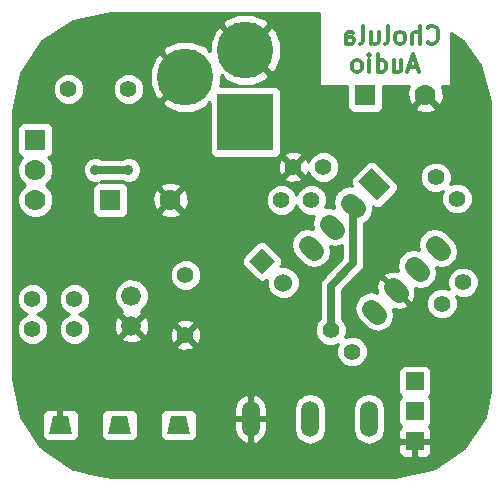
<source format=gbl>
G04 (created by PCBNEW (2013-07-07 BZR 4022)-stable) date 14/09/2014 21:51:55*
%MOIN*%
G04 Gerber Fmt 3.4, Leading zero omitted, Abs format*
%FSLAX34Y34*%
G01*
G70*
G90*
G04 APERTURE LIST*
%ADD10C,0.00590551*%
%ADD11C,0.011811*%
%ADD12O,0.0593X0.1187*%
%ADD13C,0.07*%
%ADD14R,0.07X0.07*%
%ADD15C,0.055*%
%ADD16R,0.06X0.06*%
%ADD17C,0.066*%
%ADD18C,0.189*%
%ADD19R,0.189X0.189*%
%ADD20C,0.062*%
%ADD21C,0.06*%
%ADD22C,0.035*%
%ADD23C,0.02*%
%ADD24C,0.025*%
%ADD25C,0.01*%
G04 APERTURE END LIST*
G54D10*
G54D11*
X61670Y-27432D02*
X61698Y-27460D01*
X61782Y-27489D01*
X61838Y-27489D01*
X61923Y-27460D01*
X61979Y-27404D01*
X62007Y-27348D01*
X62035Y-27235D01*
X62035Y-27151D01*
X62007Y-27039D01*
X61979Y-26982D01*
X61923Y-26926D01*
X61838Y-26898D01*
X61782Y-26898D01*
X61698Y-26926D01*
X61670Y-26954D01*
X61417Y-27489D02*
X61417Y-26898D01*
X61163Y-27489D02*
X61163Y-27179D01*
X61192Y-27123D01*
X61248Y-27095D01*
X61332Y-27095D01*
X61388Y-27123D01*
X61417Y-27151D01*
X60798Y-27489D02*
X60854Y-27460D01*
X60882Y-27432D01*
X60910Y-27376D01*
X60910Y-27207D01*
X60882Y-27151D01*
X60854Y-27123D01*
X60798Y-27095D01*
X60714Y-27095D01*
X60657Y-27123D01*
X60629Y-27151D01*
X60601Y-27207D01*
X60601Y-27376D01*
X60629Y-27432D01*
X60657Y-27460D01*
X60714Y-27489D01*
X60798Y-27489D01*
X60264Y-27489D02*
X60320Y-27460D01*
X60348Y-27404D01*
X60348Y-26898D01*
X59785Y-27095D02*
X59785Y-27489D01*
X60039Y-27095D02*
X60039Y-27404D01*
X60010Y-27460D01*
X59954Y-27489D01*
X59870Y-27489D01*
X59814Y-27460D01*
X59785Y-27432D01*
X59420Y-27489D02*
X59476Y-27460D01*
X59504Y-27404D01*
X59504Y-26898D01*
X58942Y-27489D02*
X58942Y-27179D01*
X58970Y-27123D01*
X59026Y-27095D01*
X59139Y-27095D01*
X59195Y-27123D01*
X58942Y-27460D02*
X58998Y-27489D01*
X59139Y-27489D01*
X59195Y-27460D01*
X59223Y-27404D01*
X59223Y-27348D01*
X59195Y-27292D01*
X59139Y-27264D01*
X58998Y-27264D01*
X58942Y-27235D01*
X61332Y-28265D02*
X61051Y-28265D01*
X61388Y-28433D02*
X61192Y-27843D01*
X60995Y-28433D01*
X60545Y-28040D02*
X60545Y-28433D01*
X60798Y-28040D02*
X60798Y-28349D01*
X60770Y-28405D01*
X60714Y-28433D01*
X60629Y-28433D01*
X60573Y-28405D01*
X60545Y-28377D01*
X60010Y-28433D02*
X60010Y-27843D01*
X60010Y-28405D02*
X60067Y-28433D01*
X60179Y-28433D01*
X60235Y-28405D01*
X60264Y-28377D01*
X60292Y-28321D01*
X60292Y-28152D01*
X60264Y-28096D01*
X60235Y-28068D01*
X60179Y-28040D01*
X60067Y-28040D01*
X60010Y-28068D01*
X59729Y-28433D02*
X59729Y-28040D01*
X59729Y-27843D02*
X59757Y-27871D01*
X59729Y-27899D01*
X59701Y-27871D01*
X59729Y-27843D01*
X59729Y-27899D01*
X59364Y-28433D02*
X59420Y-28405D01*
X59448Y-28377D01*
X59476Y-28321D01*
X59476Y-28152D01*
X59448Y-28096D01*
X59420Y-28068D01*
X59364Y-28040D01*
X59279Y-28040D01*
X59223Y-28068D01*
X59195Y-28096D01*
X59167Y-28152D01*
X59167Y-28321D01*
X59195Y-28377D01*
X59223Y-28405D01*
X59279Y-28433D01*
X59364Y-28433D01*
G54D12*
X59718Y-40000D03*
X57750Y-40000D03*
X55781Y-40000D03*
G54D13*
X48600Y-32700D03*
X48600Y-31700D03*
G54D14*
X48600Y-30700D03*
G54D15*
X61946Y-31946D03*
X62653Y-32653D03*
X58446Y-37046D03*
X59153Y-37753D03*
X58200Y-31600D03*
X57200Y-31600D03*
X56800Y-32700D03*
X57800Y-32700D03*
X48500Y-36000D03*
X48500Y-37000D03*
X49900Y-36000D03*
X49900Y-37000D03*
G54D16*
X61250Y-38750D03*
X61250Y-39750D03*
X61250Y-40750D03*
G54D17*
X51800Y-35900D03*
X51800Y-36900D03*
G54D18*
X55600Y-27700D03*
G54D19*
X55600Y-30100D03*
G54D18*
X53600Y-28600D03*
G54D10*
G36*
X59801Y-31641D02*
X60437Y-32277D01*
X59998Y-32716D01*
X59362Y-32079D01*
X59801Y-31641D01*
X59801Y-31641D01*
G37*
G54D20*
X59291Y-32984D02*
X59093Y-32786D01*
X58584Y-33691D02*
X58386Y-33493D01*
X57877Y-34398D02*
X57679Y-34201D01*
X59998Y-36520D02*
X59801Y-36322D01*
X60706Y-35813D02*
X60508Y-35615D01*
X61413Y-35106D02*
X61215Y-34908D01*
X62120Y-34398D02*
X61922Y-34201D01*
G54D14*
X51100Y-32700D03*
G54D13*
X53100Y-32700D03*
G54D14*
X59600Y-29200D03*
G54D13*
X61600Y-29200D03*
G54D15*
X51700Y-29000D03*
X49700Y-29000D03*
X53600Y-35200D03*
X53600Y-37200D03*
X62146Y-36153D03*
X62853Y-35446D03*
G54D10*
G36*
X51025Y-40495D02*
X51144Y-39904D01*
X51655Y-39904D01*
X51774Y-40495D01*
X51025Y-40495D01*
X51025Y-40495D01*
G37*
G36*
X52994Y-40495D02*
X53112Y-39904D01*
X53624Y-39904D01*
X53742Y-40495D01*
X52994Y-40495D01*
X52994Y-40495D01*
G37*
G36*
X49057Y-40495D02*
X49175Y-39904D01*
X49687Y-39904D01*
X49805Y-40495D01*
X49057Y-40495D01*
X49057Y-40495D01*
G37*
G36*
X55722Y-34746D02*
X56146Y-34322D01*
X56570Y-34746D01*
X56146Y-35170D01*
X55722Y-34746D01*
X55722Y-34746D01*
G37*
G54D21*
X56853Y-35453D03*
G54D22*
X51700Y-31700D03*
X50600Y-31700D03*
G54D23*
X49431Y-40200D02*
X49431Y-39681D01*
X49431Y-39681D02*
X49250Y-39500D01*
G54D24*
X50600Y-31700D02*
X51700Y-31700D01*
X58446Y-37046D02*
X58446Y-35553D01*
X59192Y-34807D02*
X59192Y-32885D01*
X58446Y-35553D02*
X59192Y-34807D01*
G54D10*
G36*
X63750Y-39073D02*
X63578Y-39937D01*
X63378Y-40236D01*
X63378Y-35342D01*
X63298Y-35149D01*
X63178Y-35028D01*
X63178Y-32549D01*
X63098Y-32356D01*
X62951Y-32208D01*
X62758Y-32128D01*
X62549Y-32128D01*
X62416Y-32183D01*
X62471Y-32051D01*
X62471Y-31842D01*
X62391Y-31649D01*
X62244Y-31501D01*
X62051Y-31421D01*
X61951Y-31421D01*
X61951Y-29622D01*
X61600Y-29270D01*
X61248Y-29622D01*
X61282Y-29722D01*
X61506Y-29804D01*
X61744Y-29794D01*
X61917Y-29722D01*
X61951Y-29622D01*
X61951Y-31421D01*
X61842Y-31421D01*
X61649Y-31501D01*
X61501Y-31648D01*
X61421Y-31841D01*
X61421Y-32050D01*
X61501Y-32243D01*
X61648Y-32391D01*
X61841Y-32471D01*
X62050Y-32471D01*
X62183Y-32416D01*
X62128Y-32548D01*
X62128Y-32757D01*
X62208Y-32950D01*
X62355Y-33098D01*
X62548Y-33178D01*
X62757Y-33178D01*
X62950Y-33098D01*
X63098Y-32951D01*
X63178Y-32758D01*
X63178Y-32549D01*
X63178Y-35028D01*
X63151Y-35001D01*
X62958Y-34921D01*
X62749Y-34921D01*
X62690Y-34945D01*
X62690Y-34408D01*
X62647Y-34194D01*
X62525Y-34012D01*
X62308Y-33795D01*
X62126Y-33673D01*
X61912Y-33631D01*
X61698Y-33673D01*
X61516Y-33795D01*
X61395Y-33977D01*
X61352Y-34191D01*
X61389Y-34374D01*
X61205Y-34338D01*
X60991Y-34381D01*
X60809Y-34502D01*
X60688Y-34684D01*
X60687Y-34687D01*
X60687Y-32228D01*
X60649Y-32136D01*
X60579Y-32065D01*
X59942Y-31429D01*
X59850Y-31391D01*
X59751Y-31391D01*
X59659Y-31429D01*
X59589Y-31499D01*
X59150Y-31937D01*
X59112Y-32029D01*
X59112Y-32129D01*
X59150Y-32221D01*
X59161Y-32232D01*
X59084Y-32217D01*
X58869Y-32259D01*
X58725Y-32356D01*
X58725Y-31496D01*
X58645Y-31303D01*
X58497Y-31155D01*
X58304Y-31075D01*
X58096Y-31074D01*
X57903Y-31154D01*
X57755Y-31302D01*
X57702Y-31428D01*
X57660Y-31327D01*
X57567Y-31302D01*
X57497Y-31373D01*
X57497Y-31232D01*
X57472Y-31139D01*
X57275Y-31070D01*
X57067Y-31081D01*
X56927Y-31139D01*
X56902Y-31232D01*
X57200Y-31529D01*
X57497Y-31232D01*
X57497Y-31373D01*
X57270Y-31600D01*
X57567Y-31897D01*
X57660Y-31872D01*
X57699Y-31762D01*
X57754Y-31897D01*
X57902Y-32044D01*
X58095Y-32124D01*
X58303Y-32125D01*
X58497Y-32045D01*
X58644Y-31897D01*
X58724Y-31704D01*
X58725Y-31496D01*
X58725Y-32356D01*
X58688Y-32381D01*
X58566Y-32562D01*
X58524Y-32777D01*
X58560Y-32960D01*
X58377Y-32924D01*
X58266Y-32946D01*
X58324Y-32804D01*
X58325Y-32596D01*
X58245Y-32403D01*
X58097Y-32255D01*
X57904Y-32175D01*
X57696Y-32174D01*
X57503Y-32254D01*
X57497Y-32260D01*
X57497Y-31967D01*
X57200Y-31670D01*
X57129Y-31741D01*
X57129Y-31600D01*
X56832Y-31302D01*
X56795Y-31312D01*
X56795Y-27935D01*
X56794Y-27460D01*
X56614Y-27024D01*
X56451Y-26918D01*
X56381Y-26989D01*
X56381Y-26848D01*
X56275Y-26685D01*
X55835Y-26504D01*
X55360Y-26505D01*
X54924Y-26685D01*
X54818Y-26848D01*
X55600Y-27629D01*
X56381Y-26848D01*
X56381Y-26989D01*
X55670Y-27700D01*
X56451Y-28481D01*
X56614Y-28375D01*
X56795Y-27935D01*
X56795Y-31312D01*
X56795Y-31312D01*
X56795Y-30995D01*
X56795Y-29105D01*
X56757Y-29013D01*
X56686Y-28943D01*
X56594Y-28905D01*
X56495Y-28904D01*
X56381Y-28904D01*
X54766Y-28904D01*
X54795Y-28835D01*
X54794Y-28575D01*
X54818Y-28551D01*
X54924Y-28714D01*
X55364Y-28895D01*
X55839Y-28894D01*
X56275Y-28714D01*
X56381Y-28551D01*
X55600Y-27770D01*
X55594Y-27776D01*
X55523Y-27705D01*
X55529Y-27700D01*
X54748Y-26918D01*
X54585Y-27024D01*
X54404Y-27464D01*
X54405Y-27724D01*
X54381Y-27748D01*
X54275Y-27585D01*
X53835Y-27404D01*
X53360Y-27405D01*
X52924Y-27585D01*
X52818Y-27748D01*
X53600Y-28529D01*
X53605Y-28523D01*
X53676Y-28594D01*
X53670Y-28600D01*
X53676Y-28605D01*
X53605Y-28676D01*
X53600Y-28670D01*
X53529Y-28741D01*
X53529Y-28600D01*
X52748Y-27818D01*
X52585Y-27924D01*
X52404Y-28364D01*
X52405Y-28839D01*
X52585Y-29275D01*
X52748Y-29381D01*
X53529Y-28600D01*
X53529Y-28741D01*
X52818Y-29451D01*
X52924Y-29614D01*
X53364Y-29795D01*
X53839Y-29794D01*
X54275Y-29614D01*
X54381Y-29451D01*
X54381Y-29451D01*
X54404Y-29475D01*
X54404Y-31094D01*
X54442Y-31186D01*
X54513Y-31256D01*
X54605Y-31294D01*
X54704Y-31295D01*
X56594Y-31295D01*
X56686Y-31257D01*
X56756Y-31186D01*
X56794Y-31094D01*
X56795Y-30995D01*
X56795Y-31312D01*
X56739Y-31327D01*
X56670Y-31524D01*
X56681Y-31732D01*
X56739Y-31872D01*
X56832Y-31897D01*
X57129Y-31600D01*
X57129Y-31741D01*
X56902Y-31967D01*
X56927Y-32060D01*
X57124Y-32129D01*
X57332Y-32118D01*
X57472Y-32060D01*
X57497Y-31967D01*
X57497Y-32260D01*
X57355Y-32402D01*
X57299Y-32535D01*
X57245Y-32403D01*
X57097Y-32255D01*
X56904Y-32175D01*
X56696Y-32174D01*
X56503Y-32254D01*
X56355Y-32402D01*
X56275Y-32595D01*
X56274Y-32803D01*
X56354Y-32997D01*
X56502Y-33144D01*
X56695Y-33224D01*
X56903Y-33225D01*
X57097Y-33145D01*
X57244Y-32997D01*
X57300Y-32864D01*
X57354Y-32997D01*
X57502Y-33144D01*
X57695Y-33224D01*
X57889Y-33225D01*
X57859Y-33269D01*
X57817Y-33484D01*
X57853Y-33667D01*
X57669Y-33631D01*
X57455Y-33673D01*
X57274Y-33795D01*
X57152Y-33977D01*
X57109Y-34191D01*
X57152Y-34405D01*
X57274Y-34587D01*
X57491Y-34804D01*
X57673Y-34926D01*
X57887Y-34968D01*
X58101Y-34926D01*
X58283Y-34804D01*
X58404Y-34622D01*
X58447Y-34408D01*
X58410Y-34225D01*
X58594Y-34261D01*
X58808Y-34218D01*
X58817Y-34212D01*
X58817Y-34651D01*
X58181Y-35288D01*
X58099Y-35410D01*
X58071Y-35553D01*
X58071Y-36678D01*
X58001Y-36748D01*
X57921Y-36941D01*
X57921Y-37150D01*
X58001Y-37343D01*
X58148Y-37491D01*
X58341Y-37571D01*
X58550Y-37571D01*
X58683Y-37516D01*
X58628Y-37648D01*
X58628Y-37857D01*
X58708Y-38050D01*
X58855Y-38198D01*
X59048Y-38278D01*
X59257Y-38278D01*
X59450Y-38198D01*
X59598Y-38051D01*
X59678Y-37858D01*
X59678Y-37649D01*
X59598Y-37456D01*
X59451Y-37308D01*
X59258Y-37228D01*
X59049Y-37228D01*
X58916Y-37283D01*
X58971Y-37151D01*
X58971Y-36942D01*
X58891Y-36749D01*
X58821Y-36678D01*
X58821Y-35708D01*
X59458Y-35072D01*
X59458Y-35072D01*
X59539Y-34950D01*
X59567Y-34807D01*
X59567Y-34807D01*
X59567Y-33477D01*
X59697Y-33390D01*
X59818Y-33208D01*
X59861Y-32994D01*
X59846Y-32916D01*
X59857Y-32927D01*
X59949Y-32966D01*
X60048Y-32966D01*
X60140Y-32928D01*
X60210Y-32857D01*
X60649Y-32419D01*
X60687Y-32327D01*
X60687Y-32228D01*
X60687Y-34687D01*
X60645Y-34898D01*
X60682Y-35081D01*
X60676Y-35078D01*
X60458Y-35055D01*
X60247Y-35116D01*
X60220Y-35134D01*
X60193Y-35229D01*
X60607Y-35643D01*
X60612Y-35637D01*
X60683Y-35708D01*
X60677Y-35714D01*
X61091Y-36127D01*
X61186Y-36100D01*
X61204Y-36073D01*
X61266Y-35863D01*
X61242Y-35645D01*
X61239Y-35639D01*
X61422Y-35675D01*
X61637Y-35633D01*
X61818Y-35511D01*
X61940Y-35330D01*
X61982Y-35115D01*
X61946Y-34932D01*
X62130Y-34968D01*
X62344Y-34926D01*
X62525Y-34804D01*
X62647Y-34622D01*
X62690Y-34408D01*
X62690Y-34945D01*
X62556Y-35001D01*
X62408Y-35148D01*
X62328Y-35341D01*
X62328Y-35550D01*
X62383Y-35683D01*
X62251Y-35628D01*
X62042Y-35628D01*
X61849Y-35708D01*
X61701Y-35855D01*
X61621Y-36048D01*
X61621Y-36257D01*
X61701Y-36450D01*
X61848Y-36598D01*
X62041Y-36678D01*
X62250Y-36678D01*
X62443Y-36598D01*
X62591Y-36451D01*
X62671Y-36258D01*
X62671Y-36049D01*
X62616Y-35916D01*
X62748Y-35971D01*
X62957Y-35971D01*
X63150Y-35891D01*
X63298Y-35744D01*
X63378Y-35551D01*
X63378Y-35342D01*
X63378Y-40236D01*
X62882Y-40977D01*
X61904Y-41632D01*
X61800Y-41662D01*
X61800Y-41000D01*
X61800Y-40499D01*
X61799Y-40400D01*
X61761Y-40308D01*
X61703Y-40250D01*
X61761Y-40191D01*
X61799Y-40099D01*
X61800Y-40000D01*
X61800Y-39400D01*
X61762Y-39308D01*
X61703Y-39249D01*
X61761Y-39191D01*
X61799Y-39099D01*
X61800Y-39000D01*
X61800Y-38400D01*
X61762Y-38308D01*
X61691Y-38238D01*
X61599Y-38200D01*
X61500Y-38199D01*
X61020Y-38199D01*
X61020Y-36198D01*
X60607Y-35784D01*
X60601Y-35790D01*
X60530Y-35719D01*
X60536Y-35714D01*
X60122Y-35300D01*
X60027Y-35327D01*
X60009Y-35354D01*
X59948Y-35565D01*
X59971Y-35783D01*
X59974Y-35789D01*
X59791Y-35752D01*
X59577Y-35795D01*
X59395Y-35916D01*
X59273Y-36098D01*
X59231Y-36312D01*
X59273Y-36526D01*
X59395Y-36708D01*
X59612Y-36925D01*
X59794Y-37047D01*
X60008Y-37090D01*
X60222Y-37047D01*
X60404Y-36925D01*
X60526Y-36744D01*
X60568Y-36530D01*
X60532Y-36346D01*
X60537Y-36349D01*
X60756Y-36373D01*
X60966Y-36311D01*
X60993Y-36293D01*
X61020Y-36198D01*
X61020Y-38199D01*
X60900Y-38199D01*
X60808Y-38237D01*
X60738Y-38308D01*
X60700Y-38400D01*
X60699Y-38499D01*
X60699Y-39099D01*
X60737Y-39191D01*
X60796Y-39250D01*
X60738Y-39308D01*
X60700Y-39400D01*
X60699Y-39499D01*
X60699Y-40099D01*
X60737Y-40191D01*
X60796Y-40250D01*
X60738Y-40308D01*
X60700Y-40400D01*
X60699Y-40499D01*
X60700Y-40637D01*
X60762Y-40700D01*
X61200Y-40700D01*
X61200Y-40692D01*
X61300Y-40692D01*
X61300Y-40700D01*
X61737Y-40700D01*
X61800Y-40637D01*
X61800Y-40499D01*
X61800Y-41000D01*
X61800Y-40862D01*
X61737Y-40800D01*
X61300Y-40800D01*
X61300Y-41237D01*
X61362Y-41300D01*
X61599Y-41300D01*
X61691Y-41262D01*
X61761Y-41191D01*
X61799Y-41099D01*
X61800Y-41000D01*
X61800Y-41662D01*
X61512Y-41744D01*
X61200Y-41806D01*
X61200Y-41237D01*
X61200Y-40800D01*
X60762Y-40800D01*
X60700Y-40862D01*
X60699Y-41000D01*
X60700Y-41099D01*
X60738Y-41191D01*
X60808Y-41262D01*
X60900Y-41300D01*
X61137Y-41300D01*
X61200Y-41237D01*
X61200Y-41806D01*
X60573Y-41930D01*
X60265Y-41930D01*
X60265Y-40313D01*
X60265Y-39686D01*
X60223Y-39477D01*
X60104Y-39300D01*
X59927Y-39181D01*
X59718Y-39139D01*
X59509Y-39181D01*
X59332Y-39300D01*
X59213Y-39477D01*
X59172Y-39686D01*
X59172Y-40313D01*
X59213Y-40522D01*
X59332Y-40699D01*
X59509Y-40818D01*
X59718Y-40860D01*
X59927Y-40818D01*
X60104Y-40699D01*
X60223Y-40522D01*
X60265Y-40313D01*
X60265Y-41930D01*
X58296Y-41930D01*
X58296Y-40313D01*
X58296Y-39686D01*
X58254Y-39477D01*
X58136Y-39300D01*
X57959Y-39181D01*
X57750Y-39139D01*
X57540Y-39181D01*
X57403Y-39273D01*
X57403Y-35344D01*
X57320Y-35142D01*
X57165Y-34987D01*
X56963Y-34903D01*
X56767Y-34903D01*
X56782Y-34888D01*
X56820Y-34796D01*
X56820Y-34696D01*
X56782Y-34605D01*
X56712Y-34534D01*
X56288Y-34110D01*
X56196Y-34072D01*
X56096Y-34072D01*
X56005Y-34110D01*
X55934Y-34180D01*
X55510Y-34604D01*
X55472Y-34696D01*
X55472Y-34795D01*
X55510Y-34887D01*
X55580Y-34958D01*
X56004Y-35382D01*
X56096Y-35420D01*
X56195Y-35420D01*
X56287Y-35382D01*
X56303Y-35367D01*
X56303Y-35562D01*
X56387Y-35764D01*
X56541Y-35919D01*
X56743Y-36003D01*
X56962Y-36003D01*
X57164Y-35920D01*
X57319Y-35765D01*
X57403Y-35563D01*
X57403Y-35344D01*
X57403Y-39273D01*
X57363Y-39300D01*
X57245Y-39477D01*
X57203Y-39686D01*
X57203Y-40313D01*
X57245Y-40522D01*
X57363Y-40699D01*
X57540Y-40818D01*
X57750Y-40860D01*
X57959Y-40818D01*
X58136Y-40699D01*
X58254Y-40522D01*
X58296Y-40313D01*
X58296Y-41930D01*
X56327Y-41930D01*
X56327Y-40347D01*
X56327Y-40050D01*
X56327Y-39950D01*
X56327Y-39653D01*
X56267Y-39447D01*
X56132Y-39281D01*
X55944Y-39178D01*
X55916Y-39173D01*
X55831Y-39221D01*
X55831Y-39950D01*
X56327Y-39950D01*
X56327Y-40050D01*
X55831Y-40050D01*
X55831Y-40778D01*
X55916Y-40826D01*
X55944Y-40821D01*
X56132Y-40718D01*
X56267Y-40552D01*
X56327Y-40347D01*
X56327Y-41930D01*
X55731Y-41930D01*
X55731Y-40778D01*
X55731Y-40050D01*
X55731Y-39950D01*
X55731Y-39221D01*
X55646Y-39173D01*
X55618Y-39178D01*
X55430Y-39281D01*
X55295Y-39447D01*
X55234Y-39653D01*
X55234Y-39950D01*
X55731Y-39950D01*
X55731Y-40050D01*
X55234Y-40050D01*
X55234Y-40347D01*
X55295Y-40552D01*
X55430Y-40718D01*
X55618Y-40821D01*
X55646Y-40826D01*
X55731Y-40778D01*
X55731Y-41930D01*
X54381Y-41930D01*
X54129Y-41930D01*
X54129Y-37275D01*
X54125Y-37187D01*
X54125Y-35096D01*
X54045Y-34903D01*
X53897Y-34755D01*
X53704Y-34675D01*
X53704Y-34675D01*
X53704Y-32793D01*
X53694Y-32555D01*
X53622Y-32382D01*
X53522Y-32348D01*
X53451Y-32419D01*
X53451Y-32277D01*
X53417Y-32177D01*
X53193Y-32095D01*
X52955Y-32105D01*
X52782Y-32177D01*
X52748Y-32277D01*
X53100Y-32629D01*
X53451Y-32277D01*
X53451Y-32419D01*
X53170Y-32700D01*
X53522Y-33051D01*
X53622Y-33017D01*
X53704Y-32793D01*
X53704Y-34675D01*
X53496Y-34674D01*
X53451Y-34693D01*
X53451Y-33122D01*
X53100Y-32770D01*
X53029Y-32841D01*
X53029Y-32700D01*
X52677Y-32348D01*
X52577Y-32382D01*
X52495Y-32606D01*
X52505Y-32844D01*
X52577Y-33017D01*
X52677Y-33051D01*
X53029Y-32700D01*
X53029Y-32841D01*
X52748Y-33122D01*
X52782Y-33222D01*
X53006Y-33304D01*
X53244Y-33294D01*
X53417Y-33222D01*
X53451Y-33122D01*
X53451Y-34693D01*
X53303Y-34754D01*
X53155Y-34902D01*
X53075Y-35095D01*
X53074Y-35303D01*
X53154Y-35497D01*
X53302Y-35644D01*
X53495Y-35724D01*
X53703Y-35725D01*
X53897Y-35645D01*
X54044Y-35497D01*
X54124Y-35304D01*
X54125Y-35096D01*
X54125Y-37187D01*
X54118Y-37067D01*
X54060Y-36927D01*
X53967Y-36902D01*
X53897Y-36973D01*
X53897Y-36832D01*
X53872Y-36739D01*
X53675Y-36670D01*
X53467Y-36681D01*
X53327Y-36739D01*
X53302Y-36832D01*
X53600Y-37129D01*
X53897Y-36832D01*
X53897Y-36973D01*
X53670Y-37200D01*
X53967Y-37497D01*
X54060Y-37472D01*
X54129Y-37275D01*
X54129Y-41930D01*
X53992Y-41930D01*
X53992Y-40445D01*
X53992Y-39855D01*
X53954Y-39763D01*
X53897Y-39705D01*
X53897Y-37567D01*
X53600Y-37270D01*
X53529Y-37341D01*
X53529Y-37200D01*
X53232Y-36902D01*
X53139Y-36927D01*
X53070Y-37124D01*
X53081Y-37332D01*
X53139Y-37472D01*
X53232Y-37497D01*
X53529Y-37200D01*
X53529Y-37341D01*
X53302Y-37567D01*
X53327Y-37660D01*
X53524Y-37729D01*
X53732Y-37718D01*
X53872Y-37660D01*
X53897Y-37567D01*
X53897Y-39705D01*
X53884Y-39692D01*
X53792Y-39654D01*
X53693Y-39654D01*
X52944Y-39654D01*
X52853Y-39692D01*
X52782Y-39762D01*
X52744Y-39854D01*
X52744Y-39954D01*
X52744Y-40544D01*
X52782Y-40636D01*
X52852Y-40707D01*
X52944Y-40745D01*
X53043Y-40745D01*
X53792Y-40745D01*
X53883Y-40707D01*
X53954Y-40637D01*
X53992Y-40545D01*
X53992Y-40445D01*
X53992Y-41930D01*
X52384Y-41930D01*
X52384Y-36988D01*
X52380Y-36889D01*
X52380Y-35785D01*
X52291Y-35571D01*
X52225Y-35504D01*
X52225Y-28896D01*
X52145Y-28703D01*
X51997Y-28555D01*
X51804Y-28475D01*
X51596Y-28474D01*
X51403Y-28554D01*
X51255Y-28702D01*
X51175Y-28895D01*
X51174Y-29103D01*
X51254Y-29297D01*
X51402Y-29444D01*
X51595Y-29524D01*
X51803Y-29525D01*
X51997Y-29445D01*
X52144Y-29297D01*
X52224Y-29104D01*
X52225Y-28896D01*
X52225Y-35504D01*
X52128Y-35408D01*
X52125Y-35406D01*
X52125Y-31615D01*
X52060Y-31459D01*
X51941Y-31339D01*
X51784Y-31275D01*
X51615Y-31274D01*
X51494Y-31325D01*
X50805Y-31325D01*
X50684Y-31275D01*
X50515Y-31274D01*
X50359Y-31339D01*
X50239Y-31458D01*
X50225Y-31494D01*
X50225Y-28896D01*
X50145Y-28703D01*
X49997Y-28555D01*
X49804Y-28475D01*
X49596Y-28474D01*
X49403Y-28554D01*
X49255Y-28702D01*
X49175Y-28895D01*
X49174Y-29103D01*
X49254Y-29297D01*
X49402Y-29444D01*
X49595Y-29524D01*
X49803Y-29525D01*
X49997Y-29445D01*
X50144Y-29297D01*
X50224Y-29104D01*
X50225Y-28896D01*
X50225Y-31494D01*
X50175Y-31615D01*
X50174Y-31784D01*
X50239Y-31940D01*
X50358Y-32060D01*
X50515Y-32124D01*
X50639Y-32125D01*
X50608Y-32137D01*
X50538Y-32208D01*
X50500Y-32300D01*
X50499Y-32399D01*
X50499Y-33099D01*
X50537Y-33191D01*
X50608Y-33261D01*
X50700Y-33299D01*
X50799Y-33300D01*
X51499Y-33300D01*
X51591Y-33262D01*
X51661Y-33191D01*
X51699Y-33099D01*
X51700Y-33000D01*
X51700Y-32300D01*
X51662Y-32208D01*
X51591Y-32138D01*
X51499Y-32100D01*
X51400Y-32099D01*
X50744Y-32099D01*
X50805Y-32075D01*
X51494Y-32075D01*
X51615Y-32124D01*
X51784Y-32125D01*
X51940Y-32060D01*
X52060Y-31941D01*
X52124Y-31784D01*
X52125Y-31615D01*
X52125Y-35406D01*
X51915Y-35320D01*
X51685Y-35319D01*
X51471Y-35408D01*
X51308Y-35571D01*
X51220Y-35784D01*
X51219Y-36014D01*
X51308Y-36228D01*
X51471Y-36391D01*
X51492Y-36400D01*
X51463Y-36492D01*
X51800Y-36829D01*
X52136Y-36492D01*
X52107Y-36400D01*
X52128Y-36391D01*
X52291Y-36228D01*
X52379Y-36015D01*
X52380Y-35785D01*
X52380Y-36889D01*
X52374Y-36758D01*
X52306Y-36594D01*
X52207Y-36563D01*
X51870Y-36900D01*
X52207Y-37236D01*
X52306Y-37205D01*
X52384Y-36988D01*
X52384Y-41930D01*
X52136Y-41930D01*
X52136Y-37307D01*
X51800Y-36970D01*
X51729Y-37041D01*
X51729Y-36900D01*
X51392Y-36563D01*
X51293Y-36594D01*
X51215Y-36811D01*
X51225Y-37041D01*
X51293Y-37205D01*
X51392Y-37236D01*
X51729Y-36900D01*
X51729Y-37041D01*
X51463Y-37307D01*
X51494Y-37406D01*
X51711Y-37484D01*
X51941Y-37474D01*
X52105Y-37406D01*
X52136Y-37307D01*
X52136Y-41930D01*
X52024Y-41930D01*
X52024Y-40445D01*
X52024Y-39855D01*
X51986Y-39763D01*
X51915Y-39692D01*
X51823Y-39654D01*
X51724Y-39654D01*
X50976Y-39654D01*
X50884Y-39692D01*
X50814Y-39762D01*
X50776Y-39854D01*
X50775Y-39954D01*
X50775Y-40544D01*
X50813Y-40636D01*
X50884Y-40707D01*
X50976Y-40745D01*
X51075Y-40745D01*
X51823Y-40745D01*
X51915Y-40707D01*
X51985Y-40637D01*
X52023Y-40545D01*
X52024Y-40445D01*
X52024Y-41930D01*
X51132Y-41930D01*
X50425Y-41790D01*
X50425Y-36896D01*
X50345Y-36703D01*
X50197Y-36555D01*
X50064Y-36499D01*
X50197Y-36445D01*
X50344Y-36297D01*
X50424Y-36104D01*
X50425Y-35896D01*
X50345Y-35703D01*
X50197Y-35555D01*
X50004Y-35475D01*
X49796Y-35474D01*
X49603Y-35554D01*
X49455Y-35702D01*
X49375Y-35895D01*
X49374Y-36103D01*
X49454Y-36297D01*
X49602Y-36444D01*
X49735Y-36500D01*
X49603Y-36554D01*
X49455Y-36702D01*
X49375Y-36895D01*
X49374Y-37103D01*
X49454Y-37297D01*
X49602Y-37444D01*
X49795Y-37524D01*
X50003Y-37525D01*
X50197Y-37445D01*
X50344Y-37297D01*
X50424Y-37104D01*
X50425Y-36896D01*
X50425Y-41790D01*
X50055Y-41717D01*
X50055Y-40445D01*
X50055Y-39855D01*
X50017Y-39763D01*
X49947Y-39692D01*
X49855Y-39654D01*
X49756Y-39654D01*
X49200Y-39654D01*
X49200Y-32581D01*
X49108Y-32360D01*
X48948Y-32199D01*
X49108Y-32040D01*
X49199Y-31819D01*
X49200Y-31581D01*
X49108Y-31360D01*
X49034Y-31285D01*
X49091Y-31262D01*
X49161Y-31191D01*
X49199Y-31099D01*
X49200Y-31000D01*
X49200Y-30300D01*
X49162Y-30208D01*
X49091Y-30138D01*
X48999Y-30100D01*
X48900Y-30099D01*
X48200Y-30099D01*
X48108Y-30137D01*
X48038Y-30208D01*
X48000Y-30300D01*
X47999Y-30399D01*
X47999Y-31099D01*
X48037Y-31191D01*
X48108Y-31261D01*
X48165Y-31285D01*
X48091Y-31359D01*
X48000Y-31580D01*
X47999Y-31818D01*
X48091Y-32039D01*
X48251Y-32200D01*
X48091Y-32359D01*
X48000Y-32580D01*
X47999Y-32818D01*
X48091Y-33039D01*
X48259Y-33208D01*
X48480Y-33299D01*
X48718Y-33300D01*
X48939Y-33208D01*
X49108Y-33040D01*
X49199Y-32819D01*
X49200Y-32581D01*
X49200Y-39654D01*
X49025Y-39654D01*
X49025Y-36896D01*
X48945Y-36703D01*
X48797Y-36555D01*
X48664Y-36499D01*
X48797Y-36445D01*
X48944Y-36297D01*
X49024Y-36104D01*
X49025Y-35896D01*
X48945Y-35703D01*
X48797Y-35555D01*
X48604Y-35475D01*
X48396Y-35474D01*
X48203Y-35554D01*
X48055Y-35702D01*
X47975Y-35895D01*
X47974Y-36103D01*
X48054Y-36297D01*
X48202Y-36444D01*
X48335Y-36500D01*
X48203Y-36554D01*
X48055Y-36702D01*
X47975Y-36895D01*
X47974Y-37103D01*
X48054Y-37297D01*
X48202Y-37444D01*
X48395Y-37524D01*
X48603Y-37525D01*
X48797Y-37445D01*
X48944Y-37297D01*
X49024Y-37104D01*
X49025Y-36896D01*
X49025Y-39654D01*
X49007Y-39654D01*
X48916Y-39692D01*
X48845Y-39762D01*
X48807Y-39854D01*
X48807Y-39954D01*
X48807Y-40544D01*
X48845Y-40636D01*
X48915Y-40707D01*
X49007Y-40745D01*
X49106Y-40745D01*
X49855Y-40745D01*
X49946Y-40707D01*
X50017Y-40637D01*
X50055Y-40545D01*
X50055Y-40445D01*
X50055Y-41717D01*
X49874Y-41681D01*
X49842Y-41665D01*
X48915Y-41044D01*
X48759Y-40889D01*
X48130Y-39948D01*
X48116Y-39921D01*
X47869Y-38673D01*
X47869Y-29726D01*
X48118Y-28468D01*
X48822Y-27417D01*
X49862Y-26721D01*
X51132Y-26469D01*
X58042Y-26469D01*
X58042Y-28917D01*
X58999Y-28917D01*
X58999Y-29599D01*
X59037Y-29691D01*
X59108Y-29761D01*
X59200Y-29799D01*
X59299Y-29800D01*
X59999Y-29800D01*
X60091Y-29762D01*
X60161Y-29691D01*
X60199Y-29599D01*
X60200Y-29500D01*
X60200Y-28917D01*
X61064Y-28917D01*
X60995Y-29106D01*
X61005Y-29344D01*
X61077Y-29517D01*
X61177Y-29551D01*
X61529Y-29200D01*
X61523Y-29194D01*
X61594Y-29123D01*
X61600Y-29129D01*
X61605Y-29123D01*
X61676Y-29194D01*
X61670Y-29200D01*
X62022Y-29551D01*
X62122Y-29517D01*
X62204Y-29293D01*
X62194Y-29055D01*
X62137Y-28917D01*
X62457Y-28917D01*
X62457Y-27137D01*
X62863Y-27409D01*
X62926Y-27487D01*
X63406Y-28205D01*
X63750Y-29407D01*
X63750Y-38600D01*
X63750Y-39073D01*
X63750Y-39073D01*
G37*
G54D25*
X63750Y-39073D02*
X63578Y-39937D01*
X63378Y-40236D01*
X63378Y-35342D01*
X63298Y-35149D01*
X63178Y-35028D01*
X63178Y-32549D01*
X63098Y-32356D01*
X62951Y-32208D01*
X62758Y-32128D01*
X62549Y-32128D01*
X62416Y-32183D01*
X62471Y-32051D01*
X62471Y-31842D01*
X62391Y-31649D01*
X62244Y-31501D01*
X62051Y-31421D01*
X61951Y-31421D01*
X61951Y-29622D01*
X61600Y-29270D01*
X61248Y-29622D01*
X61282Y-29722D01*
X61506Y-29804D01*
X61744Y-29794D01*
X61917Y-29722D01*
X61951Y-29622D01*
X61951Y-31421D01*
X61842Y-31421D01*
X61649Y-31501D01*
X61501Y-31648D01*
X61421Y-31841D01*
X61421Y-32050D01*
X61501Y-32243D01*
X61648Y-32391D01*
X61841Y-32471D01*
X62050Y-32471D01*
X62183Y-32416D01*
X62128Y-32548D01*
X62128Y-32757D01*
X62208Y-32950D01*
X62355Y-33098D01*
X62548Y-33178D01*
X62757Y-33178D01*
X62950Y-33098D01*
X63098Y-32951D01*
X63178Y-32758D01*
X63178Y-32549D01*
X63178Y-35028D01*
X63151Y-35001D01*
X62958Y-34921D01*
X62749Y-34921D01*
X62690Y-34945D01*
X62690Y-34408D01*
X62647Y-34194D01*
X62525Y-34012D01*
X62308Y-33795D01*
X62126Y-33673D01*
X61912Y-33631D01*
X61698Y-33673D01*
X61516Y-33795D01*
X61395Y-33977D01*
X61352Y-34191D01*
X61389Y-34374D01*
X61205Y-34338D01*
X60991Y-34381D01*
X60809Y-34502D01*
X60688Y-34684D01*
X60687Y-34687D01*
X60687Y-32228D01*
X60649Y-32136D01*
X60579Y-32065D01*
X59942Y-31429D01*
X59850Y-31391D01*
X59751Y-31391D01*
X59659Y-31429D01*
X59589Y-31499D01*
X59150Y-31937D01*
X59112Y-32029D01*
X59112Y-32129D01*
X59150Y-32221D01*
X59161Y-32232D01*
X59084Y-32217D01*
X58869Y-32259D01*
X58725Y-32356D01*
X58725Y-31496D01*
X58645Y-31303D01*
X58497Y-31155D01*
X58304Y-31075D01*
X58096Y-31074D01*
X57903Y-31154D01*
X57755Y-31302D01*
X57702Y-31428D01*
X57660Y-31327D01*
X57567Y-31302D01*
X57497Y-31373D01*
X57497Y-31232D01*
X57472Y-31139D01*
X57275Y-31070D01*
X57067Y-31081D01*
X56927Y-31139D01*
X56902Y-31232D01*
X57200Y-31529D01*
X57497Y-31232D01*
X57497Y-31373D01*
X57270Y-31600D01*
X57567Y-31897D01*
X57660Y-31872D01*
X57699Y-31762D01*
X57754Y-31897D01*
X57902Y-32044D01*
X58095Y-32124D01*
X58303Y-32125D01*
X58497Y-32045D01*
X58644Y-31897D01*
X58724Y-31704D01*
X58725Y-31496D01*
X58725Y-32356D01*
X58688Y-32381D01*
X58566Y-32562D01*
X58524Y-32777D01*
X58560Y-32960D01*
X58377Y-32924D01*
X58266Y-32946D01*
X58324Y-32804D01*
X58325Y-32596D01*
X58245Y-32403D01*
X58097Y-32255D01*
X57904Y-32175D01*
X57696Y-32174D01*
X57503Y-32254D01*
X57497Y-32260D01*
X57497Y-31967D01*
X57200Y-31670D01*
X57129Y-31741D01*
X57129Y-31600D01*
X56832Y-31302D01*
X56795Y-31312D01*
X56795Y-27935D01*
X56794Y-27460D01*
X56614Y-27024D01*
X56451Y-26918D01*
X56381Y-26989D01*
X56381Y-26848D01*
X56275Y-26685D01*
X55835Y-26504D01*
X55360Y-26505D01*
X54924Y-26685D01*
X54818Y-26848D01*
X55600Y-27629D01*
X56381Y-26848D01*
X56381Y-26989D01*
X55670Y-27700D01*
X56451Y-28481D01*
X56614Y-28375D01*
X56795Y-27935D01*
X56795Y-31312D01*
X56795Y-31312D01*
X56795Y-30995D01*
X56795Y-29105D01*
X56757Y-29013D01*
X56686Y-28943D01*
X56594Y-28905D01*
X56495Y-28904D01*
X56381Y-28904D01*
X54766Y-28904D01*
X54795Y-28835D01*
X54794Y-28575D01*
X54818Y-28551D01*
X54924Y-28714D01*
X55364Y-28895D01*
X55839Y-28894D01*
X56275Y-28714D01*
X56381Y-28551D01*
X55600Y-27770D01*
X55594Y-27776D01*
X55523Y-27705D01*
X55529Y-27700D01*
X54748Y-26918D01*
X54585Y-27024D01*
X54404Y-27464D01*
X54405Y-27724D01*
X54381Y-27748D01*
X54275Y-27585D01*
X53835Y-27404D01*
X53360Y-27405D01*
X52924Y-27585D01*
X52818Y-27748D01*
X53600Y-28529D01*
X53605Y-28523D01*
X53676Y-28594D01*
X53670Y-28600D01*
X53676Y-28605D01*
X53605Y-28676D01*
X53600Y-28670D01*
X53529Y-28741D01*
X53529Y-28600D01*
X52748Y-27818D01*
X52585Y-27924D01*
X52404Y-28364D01*
X52405Y-28839D01*
X52585Y-29275D01*
X52748Y-29381D01*
X53529Y-28600D01*
X53529Y-28741D01*
X52818Y-29451D01*
X52924Y-29614D01*
X53364Y-29795D01*
X53839Y-29794D01*
X54275Y-29614D01*
X54381Y-29451D01*
X54381Y-29451D01*
X54404Y-29475D01*
X54404Y-31094D01*
X54442Y-31186D01*
X54513Y-31256D01*
X54605Y-31294D01*
X54704Y-31295D01*
X56594Y-31295D01*
X56686Y-31257D01*
X56756Y-31186D01*
X56794Y-31094D01*
X56795Y-30995D01*
X56795Y-31312D01*
X56739Y-31327D01*
X56670Y-31524D01*
X56681Y-31732D01*
X56739Y-31872D01*
X56832Y-31897D01*
X57129Y-31600D01*
X57129Y-31741D01*
X56902Y-31967D01*
X56927Y-32060D01*
X57124Y-32129D01*
X57332Y-32118D01*
X57472Y-32060D01*
X57497Y-31967D01*
X57497Y-32260D01*
X57355Y-32402D01*
X57299Y-32535D01*
X57245Y-32403D01*
X57097Y-32255D01*
X56904Y-32175D01*
X56696Y-32174D01*
X56503Y-32254D01*
X56355Y-32402D01*
X56275Y-32595D01*
X56274Y-32803D01*
X56354Y-32997D01*
X56502Y-33144D01*
X56695Y-33224D01*
X56903Y-33225D01*
X57097Y-33145D01*
X57244Y-32997D01*
X57300Y-32864D01*
X57354Y-32997D01*
X57502Y-33144D01*
X57695Y-33224D01*
X57889Y-33225D01*
X57859Y-33269D01*
X57817Y-33484D01*
X57853Y-33667D01*
X57669Y-33631D01*
X57455Y-33673D01*
X57274Y-33795D01*
X57152Y-33977D01*
X57109Y-34191D01*
X57152Y-34405D01*
X57274Y-34587D01*
X57491Y-34804D01*
X57673Y-34926D01*
X57887Y-34968D01*
X58101Y-34926D01*
X58283Y-34804D01*
X58404Y-34622D01*
X58447Y-34408D01*
X58410Y-34225D01*
X58594Y-34261D01*
X58808Y-34218D01*
X58817Y-34212D01*
X58817Y-34651D01*
X58181Y-35288D01*
X58099Y-35410D01*
X58071Y-35553D01*
X58071Y-36678D01*
X58001Y-36748D01*
X57921Y-36941D01*
X57921Y-37150D01*
X58001Y-37343D01*
X58148Y-37491D01*
X58341Y-37571D01*
X58550Y-37571D01*
X58683Y-37516D01*
X58628Y-37648D01*
X58628Y-37857D01*
X58708Y-38050D01*
X58855Y-38198D01*
X59048Y-38278D01*
X59257Y-38278D01*
X59450Y-38198D01*
X59598Y-38051D01*
X59678Y-37858D01*
X59678Y-37649D01*
X59598Y-37456D01*
X59451Y-37308D01*
X59258Y-37228D01*
X59049Y-37228D01*
X58916Y-37283D01*
X58971Y-37151D01*
X58971Y-36942D01*
X58891Y-36749D01*
X58821Y-36678D01*
X58821Y-35708D01*
X59458Y-35072D01*
X59458Y-35072D01*
X59539Y-34950D01*
X59567Y-34807D01*
X59567Y-34807D01*
X59567Y-33477D01*
X59697Y-33390D01*
X59818Y-33208D01*
X59861Y-32994D01*
X59846Y-32916D01*
X59857Y-32927D01*
X59949Y-32966D01*
X60048Y-32966D01*
X60140Y-32928D01*
X60210Y-32857D01*
X60649Y-32419D01*
X60687Y-32327D01*
X60687Y-32228D01*
X60687Y-34687D01*
X60645Y-34898D01*
X60682Y-35081D01*
X60676Y-35078D01*
X60458Y-35055D01*
X60247Y-35116D01*
X60220Y-35134D01*
X60193Y-35229D01*
X60607Y-35643D01*
X60612Y-35637D01*
X60683Y-35708D01*
X60677Y-35714D01*
X61091Y-36127D01*
X61186Y-36100D01*
X61204Y-36073D01*
X61266Y-35863D01*
X61242Y-35645D01*
X61239Y-35639D01*
X61422Y-35675D01*
X61637Y-35633D01*
X61818Y-35511D01*
X61940Y-35330D01*
X61982Y-35115D01*
X61946Y-34932D01*
X62130Y-34968D01*
X62344Y-34926D01*
X62525Y-34804D01*
X62647Y-34622D01*
X62690Y-34408D01*
X62690Y-34945D01*
X62556Y-35001D01*
X62408Y-35148D01*
X62328Y-35341D01*
X62328Y-35550D01*
X62383Y-35683D01*
X62251Y-35628D01*
X62042Y-35628D01*
X61849Y-35708D01*
X61701Y-35855D01*
X61621Y-36048D01*
X61621Y-36257D01*
X61701Y-36450D01*
X61848Y-36598D01*
X62041Y-36678D01*
X62250Y-36678D01*
X62443Y-36598D01*
X62591Y-36451D01*
X62671Y-36258D01*
X62671Y-36049D01*
X62616Y-35916D01*
X62748Y-35971D01*
X62957Y-35971D01*
X63150Y-35891D01*
X63298Y-35744D01*
X63378Y-35551D01*
X63378Y-35342D01*
X63378Y-40236D01*
X62882Y-40977D01*
X61904Y-41632D01*
X61800Y-41662D01*
X61800Y-41000D01*
X61800Y-40499D01*
X61799Y-40400D01*
X61761Y-40308D01*
X61703Y-40250D01*
X61761Y-40191D01*
X61799Y-40099D01*
X61800Y-40000D01*
X61800Y-39400D01*
X61762Y-39308D01*
X61703Y-39249D01*
X61761Y-39191D01*
X61799Y-39099D01*
X61800Y-39000D01*
X61800Y-38400D01*
X61762Y-38308D01*
X61691Y-38238D01*
X61599Y-38200D01*
X61500Y-38199D01*
X61020Y-38199D01*
X61020Y-36198D01*
X60607Y-35784D01*
X60601Y-35790D01*
X60530Y-35719D01*
X60536Y-35714D01*
X60122Y-35300D01*
X60027Y-35327D01*
X60009Y-35354D01*
X59948Y-35565D01*
X59971Y-35783D01*
X59974Y-35789D01*
X59791Y-35752D01*
X59577Y-35795D01*
X59395Y-35916D01*
X59273Y-36098D01*
X59231Y-36312D01*
X59273Y-36526D01*
X59395Y-36708D01*
X59612Y-36925D01*
X59794Y-37047D01*
X60008Y-37090D01*
X60222Y-37047D01*
X60404Y-36925D01*
X60526Y-36744D01*
X60568Y-36530D01*
X60532Y-36346D01*
X60537Y-36349D01*
X60756Y-36373D01*
X60966Y-36311D01*
X60993Y-36293D01*
X61020Y-36198D01*
X61020Y-38199D01*
X60900Y-38199D01*
X60808Y-38237D01*
X60738Y-38308D01*
X60700Y-38400D01*
X60699Y-38499D01*
X60699Y-39099D01*
X60737Y-39191D01*
X60796Y-39250D01*
X60738Y-39308D01*
X60700Y-39400D01*
X60699Y-39499D01*
X60699Y-40099D01*
X60737Y-40191D01*
X60796Y-40250D01*
X60738Y-40308D01*
X60700Y-40400D01*
X60699Y-40499D01*
X60700Y-40637D01*
X60762Y-40700D01*
X61200Y-40700D01*
X61200Y-40692D01*
X61300Y-40692D01*
X61300Y-40700D01*
X61737Y-40700D01*
X61800Y-40637D01*
X61800Y-40499D01*
X61800Y-41000D01*
X61800Y-40862D01*
X61737Y-40800D01*
X61300Y-40800D01*
X61300Y-41237D01*
X61362Y-41300D01*
X61599Y-41300D01*
X61691Y-41262D01*
X61761Y-41191D01*
X61799Y-41099D01*
X61800Y-41000D01*
X61800Y-41662D01*
X61512Y-41744D01*
X61200Y-41806D01*
X61200Y-41237D01*
X61200Y-40800D01*
X60762Y-40800D01*
X60700Y-40862D01*
X60699Y-41000D01*
X60700Y-41099D01*
X60738Y-41191D01*
X60808Y-41262D01*
X60900Y-41300D01*
X61137Y-41300D01*
X61200Y-41237D01*
X61200Y-41806D01*
X60573Y-41930D01*
X60265Y-41930D01*
X60265Y-40313D01*
X60265Y-39686D01*
X60223Y-39477D01*
X60104Y-39300D01*
X59927Y-39181D01*
X59718Y-39139D01*
X59509Y-39181D01*
X59332Y-39300D01*
X59213Y-39477D01*
X59172Y-39686D01*
X59172Y-40313D01*
X59213Y-40522D01*
X59332Y-40699D01*
X59509Y-40818D01*
X59718Y-40860D01*
X59927Y-40818D01*
X60104Y-40699D01*
X60223Y-40522D01*
X60265Y-40313D01*
X60265Y-41930D01*
X58296Y-41930D01*
X58296Y-40313D01*
X58296Y-39686D01*
X58254Y-39477D01*
X58136Y-39300D01*
X57959Y-39181D01*
X57750Y-39139D01*
X57540Y-39181D01*
X57403Y-39273D01*
X57403Y-35344D01*
X57320Y-35142D01*
X57165Y-34987D01*
X56963Y-34903D01*
X56767Y-34903D01*
X56782Y-34888D01*
X56820Y-34796D01*
X56820Y-34696D01*
X56782Y-34605D01*
X56712Y-34534D01*
X56288Y-34110D01*
X56196Y-34072D01*
X56096Y-34072D01*
X56005Y-34110D01*
X55934Y-34180D01*
X55510Y-34604D01*
X55472Y-34696D01*
X55472Y-34795D01*
X55510Y-34887D01*
X55580Y-34958D01*
X56004Y-35382D01*
X56096Y-35420D01*
X56195Y-35420D01*
X56287Y-35382D01*
X56303Y-35367D01*
X56303Y-35562D01*
X56387Y-35764D01*
X56541Y-35919D01*
X56743Y-36003D01*
X56962Y-36003D01*
X57164Y-35920D01*
X57319Y-35765D01*
X57403Y-35563D01*
X57403Y-35344D01*
X57403Y-39273D01*
X57363Y-39300D01*
X57245Y-39477D01*
X57203Y-39686D01*
X57203Y-40313D01*
X57245Y-40522D01*
X57363Y-40699D01*
X57540Y-40818D01*
X57750Y-40860D01*
X57959Y-40818D01*
X58136Y-40699D01*
X58254Y-40522D01*
X58296Y-40313D01*
X58296Y-41930D01*
X56327Y-41930D01*
X56327Y-40347D01*
X56327Y-40050D01*
X56327Y-39950D01*
X56327Y-39653D01*
X56267Y-39447D01*
X56132Y-39281D01*
X55944Y-39178D01*
X55916Y-39173D01*
X55831Y-39221D01*
X55831Y-39950D01*
X56327Y-39950D01*
X56327Y-40050D01*
X55831Y-40050D01*
X55831Y-40778D01*
X55916Y-40826D01*
X55944Y-40821D01*
X56132Y-40718D01*
X56267Y-40552D01*
X56327Y-40347D01*
X56327Y-41930D01*
X55731Y-41930D01*
X55731Y-40778D01*
X55731Y-40050D01*
X55731Y-39950D01*
X55731Y-39221D01*
X55646Y-39173D01*
X55618Y-39178D01*
X55430Y-39281D01*
X55295Y-39447D01*
X55234Y-39653D01*
X55234Y-39950D01*
X55731Y-39950D01*
X55731Y-40050D01*
X55234Y-40050D01*
X55234Y-40347D01*
X55295Y-40552D01*
X55430Y-40718D01*
X55618Y-40821D01*
X55646Y-40826D01*
X55731Y-40778D01*
X55731Y-41930D01*
X54381Y-41930D01*
X54129Y-41930D01*
X54129Y-37275D01*
X54125Y-37187D01*
X54125Y-35096D01*
X54045Y-34903D01*
X53897Y-34755D01*
X53704Y-34675D01*
X53704Y-34675D01*
X53704Y-32793D01*
X53694Y-32555D01*
X53622Y-32382D01*
X53522Y-32348D01*
X53451Y-32419D01*
X53451Y-32277D01*
X53417Y-32177D01*
X53193Y-32095D01*
X52955Y-32105D01*
X52782Y-32177D01*
X52748Y-32277D01*
X53100Y-32629D01*
X53451Y-32277D01*
X53451Y-32419D01*
X53170Y-32700D01*
X53522Y-33051D01*
X53622Y-33017D01*
X53704Y-32793D01*
X53704Y-34675D01*
X53496Y-34674D01*
X53451Y-34693D01*
X53451Y-33122D01*
X53100Y-32770D01*
X53029Y-32841D01*
X53029Y-32700D01*
X52677Y-32348D01*
X52577Y-32382D01*
X52495Y-32606D01*
X52505Y-32844D01*
X52577Y-33017D01*
X52677Y-33051D01*
X53029Y-32700D01*
X53029Y-32841D01*
X52748Y-33122D01*
X52782Y-33222D01*
X53006Y-33304D01*
X53244Y-33294D01*
X53417Y-33222D01*
X53451Y-33122D01*
X53451Y-34693D01*
X53303Y-34754D01*
X53155Y-34902D01*
X53075Y-35095D01*
X53074Y-35303D01*
X53154Y-35497D01*
X53302Y-35644D01*
X53495Y-35724D01*
X53703Y-35725D01*
X53897Y-35645D01*
X54044Y-35497D01*
X54124Y-35304D01*
X54125Y-35096D01*
X54125Y-37187D01*
X54118Y-37067D01*
X54060Y-36927D01*
X53967Y-36902D01*
X53897Y-36973D01*
X53897Y-36832D01*
X53872Y-36739D01*
X53675Y-36670D01*
X53467Y-36681D01*
X53327Y-36739D01*
X53302Y-36832D01*
X53600Y-37129D01*
X53897Y-36832D01*
X53897Y-36973D01*
X53670Y-37200D01*
X53967Y-37497D01*
X54060Y-37472D01*
X54129Y-37275D01*
X54129Y-41930D01*
X53992Y-41930D01*
X53992Y-40445D01*
X53992Y-39855D01*
X53954Y-39763D01*
X53897Y-39705D01*
X53897Y-37567D01*
X53600Y-37270D01*
X53529Y-37341D01*
X53529Y-37200D01*
X53232Y-36902D01*
X53139Y-36927D01*
X53070Y-37124D01*
X53081Y-37332D01*
X53139Y-37472D01*
X53232Y-37497D01*
X53529Y-37200D01*
X53529Y-37341D01*
X53302Y-37567D01*
X53327Y-37660D01*
X53524Y-37729D01*
X53732Y-37718D01*
X53872Y-37660D01*
X53897Y-37567D01*
X53897Y-39705D01*
X53884Y-39692D01*
X53792Y-39654D01*
X53693Y-39654D01*
X52944Y-39654D01*
X52853Y-39692D01*
X52782Y-39762D01*
X52744Y-39854D01*
X52744Y-39954D01*
X52744Y-40544D01*
X52782Y-40636D01*
X52852Y-40707D01*
X52944Y-40745D01*
X53043Y-40745D01*
X53792Y-40745D01*
X53883Y-40707D01*
X53954Y-40637D01*
X53992Y-40545D01*
X53992Y-40445D01*
X53992Y-41930D01*
X52384Y-41930D01*
X52384Y-36988D01*
X52380Y-36889D01*
X52380Y-35785D01*
X52291Y-35571D01*
X52225Y-35504D01*
X52225Y-28896D01*
X52145Y-28703D01*
X51997Y-28555D01*
X51804Y-28475D01*
X51596Y-28474D01*
X51403Y-28554D01*
X51255Y-28702D01*
X51175Y-28895D01*
X51174Y-29103D01*
X51254Y-29297D01*
X51402Y-29444D01*
X51595Y-29524D01*
X51803Y-29525D01*
X51997Y-29445D01*
X52144Y-29297D01*
X52224Y-29104D01*
X52225Y-28896D01*
X52225Y-35504D01*
X52128Y-35408D01*
X52125Y-35406D01*
X52125Y-31615D01*
X52060Y-31459D01*
X51941Y-31339D01*
X51784Y-31275D01*
X51615Y-31274D01*
X51494Y-31325D01*
X50805Y-31325D01*
X50684Y-31275D01*
X50515Y-31274D01*
X50359Y-31339D01*
X50239Y-31458D01*
X50225Y-31494D01*
X50225Y-28896D01*
X50145Y-28703D01*
X49997Y-28555D01*
X49804Y-28475D01*
X49596Y-28474D01*
X49403Y-28554D01*
X49255Y-28702D01*
X49175Y-28895D01*
X49174Y-29103D01*
X49254Y-29297D01*
X49402Y-29444D01*
X49595Y-29524D01*
X49803Y-29525D01*
X49997Y-29445D01*
X50144Y-29297D01*
X50224Y-29104D01*
X50225Y-28896D01*
X50225Y-31494D01*
X50175Y-31615D01*
X50174Y-31784D01*
X50239Y-31940D01*
X50358Y-32060D01*
X50515Y-32124D01*
X50639Y-32125D01*
X50608Y-32137D01*
X50538Y-32208D01*
X50500Y-32300D01*
X50499Y-32399D01*
X50499Y-33099D01*
X50537Y-33191D01*
X50608Y-33261D01*
X50700Y-33299D01*
X50799Y-33300D01*
X51499Y-33300D01*
X51591Y-33262D01*
X51661Y-33191D01*
X51699Y-33099D01*
X51700Y-33000D01*
X51700Y-32300D01*
X51662Y-32208D01*
X51591Y-32138D01*
X51499Y-32100D01*
X51400Y-32099D01*
X50744Y-32099D01*
X50805Y-32075D01*
X51494Y-32075D01*
X51615Y-32124D01*
X51784Y-32125D01*
X51940Y-32060D01*
X52060Y-31941D01*
X52124Y-31784D01*
X52125Y-31615D01*
X52125Y-35406D01*
X51915Y-35320D01*
X51685Y-35319D01*
X51471Y-35408D01*
X51308Y-35571D01*
X51220Y-35784D01*
X51219Y-36014D01*
X51308Y-36228D01*
X51471Y-36391D01*
X51492Y-36400D01*
X51463Y-36492D01*
X51800Y-36829D01*
X52136Y-36492D01*
X52107Y-36400D01*
X52128Y-36391D01*
X52291Y-36228D01*
X52379Y-36015D01*
X52380Y-35785D01*
X52380Y-36889D01*
X52374Y-36758D01*
X52306Y-36594D01*
X52207Y-36563D01*
X51870Y-36900D01*
X52207Y-37236D01*
X52306Y-37205D01*
X52384Y-36988D01*
X52384Y-41930D01*
X52136Y-41930D01*
X52136Y-37307D01*
X51800Y-36970D01*
X51729Y-37041D01*
X51729Y-36900D01*
X51392Y-36563D01*
X51293Y-36594D01*
X51215Y-36811D01*
X51225Y-37041D01*
X51293Y-37205D01*
X51392Y-37236D01*
X51729Y-36900D01*
X51729Y-37041D01*
X51463Y-37307D01*
X51494Y-37406D01*
X51711Y-37484D01*
X51941Y-37474D01*
X52105Y-37406D01*
X52136Y-37307D01*
X52136Y-41930D01*
X52024Y-41930D01*
X52024Y-40445D01*
X52024Y-39855D01*
X51986Y-39763D01*
X51915Y-39692D01*
X51823Y-39654D01*
X51724Y-39654D01*
X50976Y-39654D01*
X50884Y-39692D01*
X50814Y-39762D01*
X50776Y-39854D01*
X50775Y-39954D01*
X50775Y-40544D01*
X50813Y-40636D01*
X50884Y-40707D01*
X50976Y-40745D01*
X51075Y-40745D01*
X51823Y-40745D01*
X51915Y-40707D01*
X51985Y-40637D01*
X52023Y-40545D01*
X52024Y-40445D01*
X52024Y-41930D01*
X51132Y-41930D01*
X50425Y-41790D01*
X50425Y-36896D01*
X50345Y-36703D01*
X50197Y-36555D01*
X50064Y-36499D01*
X50197Y-36445D01*
X50344Y-36297D01*
X50424Y-36104D01*
X50425Y-35896D01*
X50345Y-35703D01*
X50197Y-35555D01*
X50004Y-35475D01*
X49796Y-35474D01*
X49603Y-35554D01*
X49455Y-35702D01*
X49375Y-35895D01*
X49374Y-36103D01*
X49454Y-36297D01*
X49602Y-36444D01*
X49735Y-36500D01*
X49603Y-36554D01*
X49455Y-36702D01*
X49375Y-36895D01*
X49374Y-37103D01*
X49454Y-37297D01*
X49602Y-37444D01*
X49795Y-37524D01*
X50003Y-37525D01*
X50197Y-37445D01*
X50344Y-37297D01*
X50424Y-37104D01*
X50425Y-36896D01*
X50425Y-41790D01*
X50055Y-41717D01*
X50055Y-40445D01*
X50055Y-39855D01*
X50017Y-39763D01*
X49947Y-39692D01*
X49855Y-39654D01*
X49756Y-39654D01*
X49200Y-39654D01*
X49200Y-32581D01*
X49108Y-32360D01*
X48948Y-32199D01*
X49108Y-32040D01*
X49199Y-31819D01*
X49200Y-31581D01*
X49108Y-31360D01*
X49034Y-31285D01*
X49091Y-31262D01*
X49161Y-31191D01*
X49199Y-31099D01*
X49200Y-31000D01*
X49200Y-30300D01*
X49162Y-30208D01*
X49091Y-30138D01*
X48999Y-30100D01*
X48900Y-30099D01*
X48200Y-30099D01*
X48108Y-30137D01*
X48038Y-30208D01*
X48000Y-30300D01*
X47999Y-30399D01*
X47999Y-31099D01*
X48037Y-31191D01*
X48108Y-31261D01*
X48165Y-31285D01*
X48091Y-31359D01*
X48000Y-31580D01*
X47999Y-31818D01*
X48091Y-32039D01*
X48251Y-32200D01*
X48091Y-32359D01*
X48000Y-32580D01*
X47999Y-32818D01*
X48091Y-33039D01*
X48259Y-33208D01*
X48480Y-33299D01*
X48718Y-33300D01*
X48939Y-33208D01*
X49108Y-33040D01*
X49199Y-32819D01*
X49200Y-32581D01*
X49200Y-39654D01*
X49025Y-39654D01*
X49025Y-36896D01*
X48945Y-36703D01*
X48797Y-36555D01*
X48664Y-36499D01*
X48797Y-36445D01*
X48944Y-36297D01*
X49024Y-36104D01*
X49025Y-35896D01*
X48945Y-35703D01*
X48797Y-35555D01*
X48604Y-35475D01*
X48396Y-35474D01*
X48203Y-35554D01*
X48055Y-35702D01*
X47975Y-35895D01*
X47974Y-36103D01*
X48054Y-36297D01*
X48202Y-36444D01*
X48335Y-36500D01*
X48203Y-36554D01*
X48055Y-36702D01*
X47975Y-36895D01*
X47974Y-37103D01*
X48054Y-37297D01*
X48202Y-37444D01*
X48395Y-37524D01*
X48603Y-37525D01*
X48797Y-37445D01*
X48944Y-37297D01*
X49024Y-37104D01*
X49025Y-36896D01*
X49025Y-39654D01*
X49007Y-39654D01*
X48916Y-39692D01*
X48845Y-39762D01*
X48807Y-39854D01*
X48807Y-39954D01*
X48807Y-40544D01*
X48845Y-40636D01*
X48915Y-40707D01*
X49007Y-40745D01*
X49106Y-40745D01*
X49855Y-40745D01*
X49946Y-40707D01*
X50017Y-40637D01*
X50055Y-40545D01*
X50055Y-40445D01*
X50055Y-41717D01*
X49874Y-41681D01*
X49842Y-41665D01*
X48915Y-41044D01*
X48759Y-40889D01*
X48130Y-39948D01*
X48116Y-39921D01*
X47869Y-38673D01*
X47869Y-29726D01*
X48118Y-28468D01*
X48822Y-27417D01*
X49862Y-26721D01*
X51132Y-26469D01*
X58042Y-26469D01*
X58042Y-28917D01*
X58999Y-28917D01*
X58999Y-29599D01*
X59037Y-29691D01*
X59108Y-29761D01*
X59200Y-29799D01*
X59299Y-29800D01*
X59999Y-29800D01*
X60091Y-29762D01*
X60161Y-29691D01*
X60199Y-29599D01*
X60200Y-29500D01*
X60200Y-28917D01*
X61064Y-28917D01*
X60995Y-29106D01*
X61005Y-29344D01*
X61077Y-29517D01*
X61177Y-29551D01*
X61529Y-29200D01*
X61523Y-29194D01*
X61594Y-29123D01*
X61600Y-29129D01*
X61605Y-29123D01*
X61676Y-29194D01*
X61670Y-29200D01*
X62022Y-29551D01*
X62122Y-29517D01*
X62204Y-29293D01*
X62194Y-29055D01*
X62137Y-28917D01*
X62457Y-28917D01*
X62457Y-27137D01*
X62863Y-27409D01*
X62926Y-27487D01*
X63406Y-28205D01*
X63750Y-29407D01*
X63750Y-38600D01*
X63750Y-39073D01*
M02*

</source>
